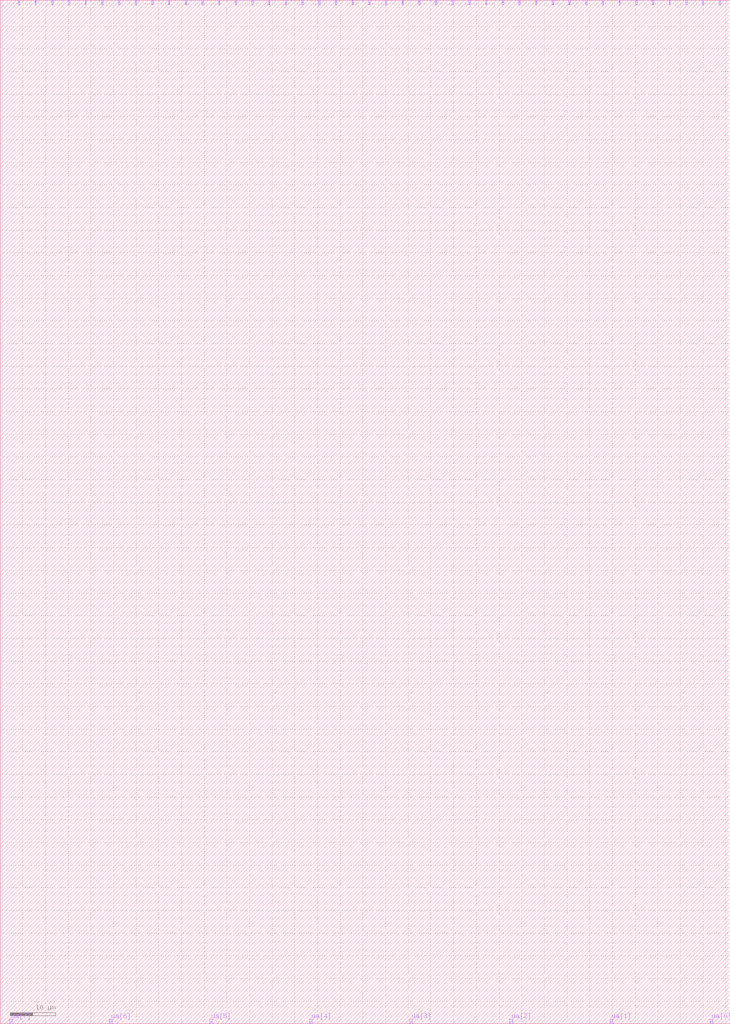
<source format=lef>
VERSION 5.7 ;
  NOWIREEXTENSIONATPIN ON ;
  DIVIDERCHAR "/" ;
  BUSBITCHARS "[]" ;
MACRO uu_um_analog_example
  CLASS BLOCK ;
  FOREIGN uu_um_analog_example ;
  ORIGIN 0.000 0.000 ;
  SIZE 161.000 BY 225.760 ;
  PIN clk
    DIRECTION INPUT ;
    USE SIGNAL ;
    PORT
      LAYER met4 ;
        RECT 154.870 224.760 155.170 225.760 ;
    END
  END clk
  PIN ena
    DIRECTION INPUT ;
    USE SIGNAL ;
    PORT
      LAYER met4 ;
        RECT 158.550 224.760 158.850 225.760 ;
    END
  END ena
  PIN rst_n
    DIRECTION INPUT ;
    USE SIGNAL ;
    PORT
      LAYER met4 ;
        RECT 151.190 224.760 151.490 225.760 ;
    END
  END rst_n
  PIN ua[0]
    DIRECTION INOUT ;
    USE SIGNAL ;
    PORT
      LAYER met4 ;
        RECT 156.560 0.000 157.160 1.000 ;
    END
  END ua[0]
  PIN ua[1]
    DIRECTION INOUT ;
    USE SIGNAL ;
    PORT
      LAYER met4 ;
        RECT 134.480 0.000 135.080 1.000 ;
    END
  END ua[1]
  PIN ua[2]
    DIRECTION INOUT ;
    USE SIGNAL ;
    PORT
      LAYER met4 ;
        RECT 112.400 0.000 113.000 1.000 ;
    END
  END ua[2]
  PIN ua[3]
    DIRECTION INOUT ;
    USE SIGNAL ;
    PORT
      LAYER met4 ;
        RECT 90.320 0.000 90.920 1.000 ;
    END
  END ua[3]
  PIN ua[4]
    DIRECTION INOUT ;
    USE SIGNAL ;
    PORT
      LAYER met4 ;
        RECT 68.240 0.000 68.840 1.000 ;
    END
  END ua[4]
  PIN ua[5]
    DIRECTION INOUT ;
    USE SIGNAL ;
    PORT
      LAYER met4 ;
        RECT 46.160 0.000 46.760 1.000 ;
    END
  END ua[5]
  PIN ua[6]
    DIRECTION INOUT ;
    USE SIGNAL ;
    PORT
      LAYER met4 ;
        RECT 24.080 0.000 24.680 1.000 ;
    END
  END ua[6]
  PIN ua[7]
    DIRECTION INOUT ;
    USE SIGNAL ;
    PORT
      LAYER met4 ;
        RECT 2.000 0.000 2.600 1.000 ;
    END
  END ua[7]
  PIN ui_in[0]
    DIRECTION INPUT ;
    USE SIGNAL ;
    PORT
      LAYER met4 ;
        RECT 147.510 224.760 147.810 225.760 ;
    END
  END ui_in[0]
  PIN ui_in[1]
    DIRECTION INPUT ;
    USE SIGNAL ;
    PORT
      LAYER met4 ;
        RECT 143.830 224.760 144.130 225.760 ;
    END
  END ui_in[1]
  PIN ui_in[2]
    DIRECTION INPUT ;
    USE SIGNAL ;
    PORT
      LAYER met4 ;
        RECT 140.150 224.760 140.450 225.760 ;
    END
  END ui_in[2]
  PIN ui_in[3]
    DIRECTION INPUT ;
    USE SIGNAL ;
    PORT
      LAYER met4 ;
        RECT 136.470 224.760 136.770 225.760 ;
    END
  END ui_in[3]
  PIN ui_in[4]
    DIRECTION INPUT ;
    USE SIGNAL ;
    PORT
      LAYER met4 ;
        RECT 132.790 224.760 133.090 225.760 ;
    END
  END ui_in[4]
  PIN ui_in[5]
    DIRECTION INPUT ;
    USE SIGNAL ;
    PORT
      LAYER met4 ;
        RECT 129.110 224.760 129.410 225.760 ;
    END
  END ui_in[5]
  PIN ui_in[6]
    DIRECTION INPUT ;
    USE SIGNAL ;
    PORT
      LAYER met4 ;
        RECT 125.430 224.760 125.730 225.760 ;
    END
  END ui_in[6]
  PIN ui_in[7]
    DIRECTION INPUT ;
    USE SIGNAL ;
    PORT
      LAYER met4 ;
        RECT 121.750 224.760 122.050 225.760 ;
    END
  END ui_in[7]
  PIN uio_in[0]
    DIRECTION INPUT ;
    USE SIGNAL ;
    PORT
      LAYER met4 ;
        RECT 118.070 224.760 118.370 225.760 ;
    END
  END uio_in[0]
  PIN uio_in[1]
    DIRECTION INPUT ;
    USE SIGNAL ;
    PORT
      LAYER met4 ;
        RECT 114.390 224.760 114.690 225.760 ;
    END
  END uio_in[1]
  PIN uio_in[2]
    DIRECTION INPUT ;
    USE SIGNAL ;
    PORT
      LAYER met4 ;
        RECT 110.710 224.760 111.010 225.760 ;
    END
  END uio_in[2]
  PIN uio_in[3]
    DIRECTION INPUT ;
    USE SIGNAL ;
    PORT
      LAYER met4 ;
        RECT 107.030 224.760 107.330 225.760 ;
    END
  END uio_in[3]
  PIN uio_in[4]
    DIRECTION INPUT ;
    USE SIGNAL ;
    PORT
      LAYER met4 ;
        RECT 103.350 224.760 103.650 225.760 ;
    END
  END uio_in[4]
  PIN uio_in[5]
    DIRECTION INPUT ;
    USE SIGNAL ;
    PORT
      LAYER met4 ;
        RECT 99.670 224.760 99.970 225.760 ;
    END
  END uio_in[5]
  PIN uio_in[6]
    DIRECTION INPUT ;
    USE SIGNAL ;
    PORT
      LAYER met4 ;
        RECT 95.990 224.760 96.290 225.760 ;
    END
  END uio_in[6]
  PIN uio_in[7]
    DIRECTION INPUT ;
    USE SIGNAL ;
    PORT
      LAYER met4 ;
        RECT 92.310 224.760 92.610 225.760 ;
    END
  END uio_in[7]
  PIN uio_oe[0]
    DIRECTION OUTPUT ;
    USE SIGNAL ;
    PORT
      LAYER met4 ;
        RECT 29.750 224.760 30.050 225.760 ;
    END
  END uio_oe[0]
  PIN uio_oe[1]
    DIRECTION OUTPUT ;
    USE SIGNAL ;
    PORT
      LAYER met4 ;
        RECT 26.070 224.760 26.370 225.760 ;
    END
  END uio_oe[1]
  PIN uio_oe[2]
    DIRECTION OUTPUT ;
    USE SIGNAL ;
    PORT
      LAYER met4 ;
        RECT 22.390 224.760 22.690 225.760 ;
    END
  END uio_oe[2]
  PIN uio_oe[3]
    DIRECTION OUTPUT ;
    USE SIGNAL ;
    PORT
      LAYER met4 ;
        RECT 18.710 224.760 19.010 225.760 ;
    END
  END uio_oe[3]
  PIN uio_oe[4]
    DIRECTION OUTPUT ;
    USE SIGNAL ;
    PORT
      LAYER met4 ;
        RECT 15.030 224.760 15.330 225.760 ;
    END
  END uio_oe[4]
  PIN uio_oe[5]
    DIRECTION OUTPUT ;
    USE SIGNAL ;
    PORT
      LAYER met4 ;
        RECT 11.350 224.760 11.650 225.760 ;
    END
  END uio_oe[5]
  PIN uio_oe[6]
    DIRECTION OUTPUT ;
    USE SIGNAL ;
    PORT
      LAYER met4 ;
        RECT 7.670 224.760 7.970 225.760 ;
    END
  END uio_oe[6]
  PIN uio_oe[7]
    DIRECTION OUTPUT ;
    USE SIGNAL ;
    PORT
      LAYER met4 ;
        RECT 3.990 224.760 4.290 225.760 ;
    END
  END uio_oe[7]
  PIN uio_out[0]
    DIRECTION OUTPUT ;
    USE SIGNAL ;
    PORT
      LAYER met4 ;
        RECT 59.190 224.760 59.490 225.760 ;
    END
  END uio_out[0]
  PIN uio_out[1]
    DIRECTION OUTPUT ;
    USE SIGNAL ;
    PORT
      LAYER met4 ;
        RECT 55.510 224.760 55.810 225.760 ;
    END
  END uio_out[1]
  PIN uio_out[2]
    DIRECTION OUTPUT ;
    USE SIGNAL ;
    PORT
      LAYER met4 ;
        RECT 51.830 224.760 52.130 225.760 ;
    END
  END uio_out[2]
  PIN uio_out[3]
    DIRECTION OUTPUT ;
    USE SIGNAL ;
    PORT
      LAYER met4 ;
        RECT 48.150 224.760 48.450 225.760 ;
    END
  END uio_out[3]
  PIN uio_out[4]
    DIRECTION OUTPUT ;
    USE SIGNAL ;
    PORT
      LAYER met4 ;
        RECT 44.470 224.760 44.770 225.760 ;
    END
  END uio_out[4]
  PIN uio_out[5]
    DIRECTION OUTPUT ;
    USE SIGNAL ;
    PORT
      LAYER met4 ;
        RECT 40.790 224.760 41.090 225.760 ;
    END
  END uio_out[5]
  PIN uio_out[6]
    DIRECTION OUTPUT ;
    USE SIGNAL ;
    PORT
      LAYER met4 ;
        RECT 37.110 224.760 37.410 225.760 ;
    END
  END uio_out[6]
  PIN uio_out[7]
    DIRECTION OUTPUT ;
    USE SIGNAL ;
    PORT
      LAYER met4 ;
        RECT 33.430 224.760 33.730 225.760 ;
    END
  END uio_out[7]
  PIN uo_out[0]
    DIRECTION OUTPUT ;
    USE SIGNAL ;
    PORT
      LAYER met4 ;
        RECT 88.630 224.760 88.930 225.760 ;
    END
  END uo_out[0]
  PIN uo_out[1]
    DIRECTION OUTPUT ;
    USE SIGNAL ;
    PORT
      LAYER met4 ;
        RECT 84.950 224.760 85.250 225.760 ;
    END
  END uo_out[1]
  PIN uo_out[2]
    DIRECTION OUTPUT ;
    USE SIGNAL ;
    PORT
      LAYER met4 ;
        RECT 81.270 224.760 81.570 225.760 ;
    END
  END uo_out[2]
  PIN uo_out[3]
    DIRECTION OUTPUT ;
    USE SIGNAL ;
    PORT
      LAYER met4 ;
        RECT 77.590 224.760 77.890 225.760 ;
    END
  END uo_out[3]
  PIN uo_out[4]
    DIRECTION OUTPUT ;
    USE SIGNAL ;
    PORT
      LAYER met4 ;
        RECT 73.910 224.760 74.210 225.760 ;
    END
  END uo_out[4]
  PIN uo_out[5]
    DIRECTION OUTPUT ;
    USE SIGNAL ;
    PORT
      LAYER met4 ;
        RECT 70.230 224.760 70.530 225.760 ;
    END
  END uo_out[5]
  PIN uo_out[6]
    DIRECTION OUTPUT ;
    USE SIGNAL ;
    PORT
      LAYER met4 ;
        RECT 66.550 224.760 66.850 225.760 ;
    END
  END uo_out[6]
  PIN uo_out[7]
    DIRECTION OUTPUT ;
    USE SIGNAL ;
    PORT
      LAYER met4 ;
        RECT 62.870 224.760 63.170 225.760 ;
    END
  END uo_out[7]
END uu_um_analog_example
END LIBRARY


</source>
